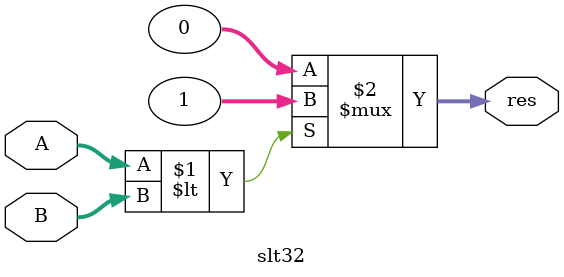
<source format=v>
`timescale 1ns / 1ps
module slt32(input [31:0] A,
				 input [31:0] B,
				 output [31:0] res
				);
	
	assign res = (A<B)?32'h00000001:32'h00000000;

endmodule

</source>
